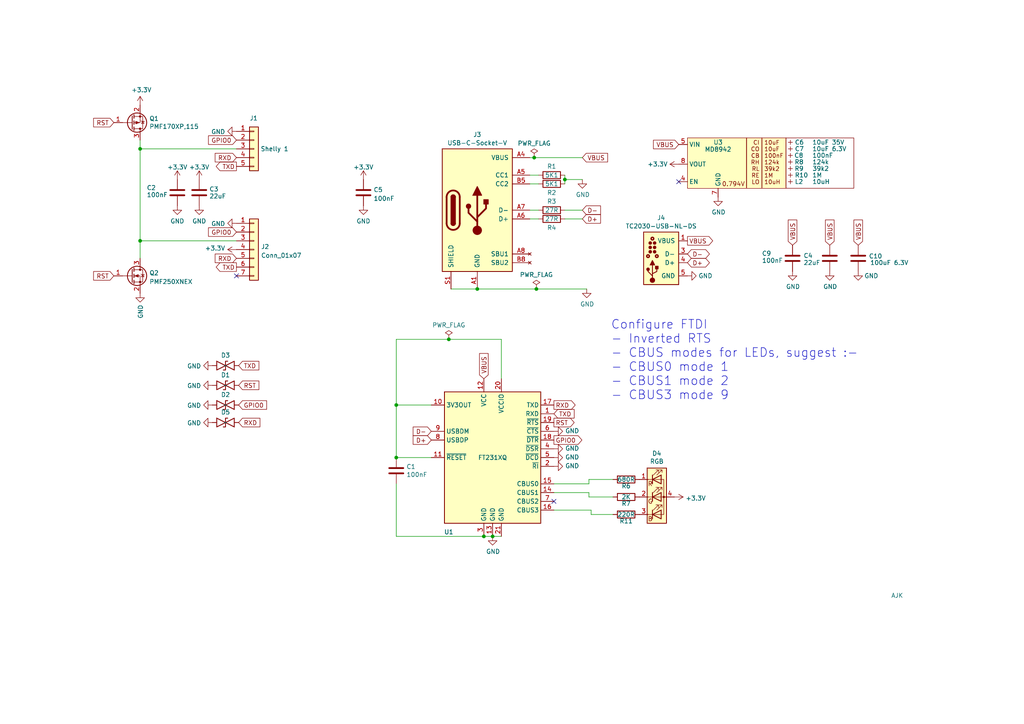
<source format=kicad_sch>
(kicad_sch (version 20241209) (generator "eeschema") (generator_version "9.0")
  (paper "A4")
  (title_block (title "Tasmotizer") (rev "4") (company "Adrian Kennard, Andrews & Arnold Ltd") (comment 1 "toot.me.uk/@RevK") (comment 2 "www.me.uk"))
  (lib_symbols
    (symbol "Connector_Generic:Conn_01x05" (pin_names (offset 1.016) (hide yes))
      (property "Reference" "J" (at 0 7.62 0))
      (property "Value" "Conn_01x05" (at 0 -7.62 0))
      (symbol "Conn_01x05_1_1"
        (rectangle (start -1.27 6.35) (end 1.27 -6.35) (stroke (width 0.254)) (fill (type background)))
        (rectangle (start -1.27 5.207) (end 0 4.953) (stroke (width 0.1524)))
        (rectangle (start -1.27 2.667) (end 0 2.413) (stroke (width 0.1524)))
        (rectangle (start -1.27 0.127) (end 0 -0.127) (stroke (width 0.1524)))
        (rectangle (start -1.27 -2.413) (end 0 -2.667) (stroke (width 0.1524)))
        (rectangle (start -1.27 -4.953) (end 0 -5.207) (stroke (width 0.1524)))
        (pin passive line (at -5.08 5.08 0) (length 3.81) (name "Pin_1") (number "1"))
        (pin passive line (at -5.08 2.54 0) (length 3.81) (name "Pin_2") (number "2"))
        (pin passive line (at -5.08 0 0) (length 3.81) (name "Pin_3") (number "3"))
        (pin passive line (at -5.08 -2.54 0) (length 3.81) (name "Pin_4") (number "4"))
        (pin passive line (at -5.08 -5.08 0) (length 3.81) (name "Pin_5") (number "5"))
      )
    )
    (symbol "Connector_Generic:Conn_01x07" (pin_names (offset 1.016) (hide yes))
      (property "Reference" "J" (at 0 10.16 0))
      (property "Value" "Conn_01x07" (at 0 -10.16 0))
      (symbol "Conn_01x07_1_1"
        (rectangle (start -1.27 8.89) (end 1.27 -8.89) (stroke (width 0.254)) (fill (type background)))
        (rectangle (start -1.27 7.747) (end 0 7.493) (stroke (width 0.1524)))
        (rectangle (start -1.27 5.207) (end 0 4.953) (stroke (width 0.1524)))
        (rectangle (start -1.27 2.667) (end 0 2.413) (stroke (width 0.1524)))
        (rectangle (start -1.27 0.127) (end 0 -0.127) (stroke (width 0.1524)))
        (rectangle (start -1.27 -2.413) (end 0 -2.667) (stroke (width 0.1524)))
        (rectangle (start -1.27 -4.953) (end 0 -5.207) (stroke (width 0.1524)))
        (rectangle (start -1.27 -7.493) (end 0 -7.747) (stroke (width 0.1524)))
        (pin passive line (at -5.08 7.62 0) (length 3.81) (name "Pin_1") (number "1"))
        (pin passive line (at -5.08 5.08 0) (length 3.81) (name "Pin_2") (number "2"))
        (pin passive line (at -5.08 2.54 0) (length 3.81) (name "Pin_3") (number "3"))
        (pin passive line (at -5.08 0 0) (length 3.81) (name "Pin_4") (number "4"))
        (pin passive line (at -5.08 -2.54 0) (length 3.81) (name "Pin_5") (number "5"))
        (pin passive line (at -5.08 -5.08 0) (length 3.81) (name "Pin_6") (number "6"))
        (pin passive line (at -5.08 -7.62 0) (length 3.81) (name "Pin_7") (number "7"))
      )
    )
    (symbol "Device:C" (pin_numbers (hide yes)) (pin_names (offset 0.254))
      (property "Reference" "C" (at 0.635 2.54 0))
      (property "Value" "C" (at 0.635 -2.54 0))
      (symbol "C_0_1"
        (polyline (pts (xy -2.032 0.762) (xy 2.032 0.762)) (stroke (width 0.508)))
        (polyline (pts (xy -2.032 -0.762) (xy 2.032 -0.762)) (stroke (width 0.508)))
      )
      (symbol "C_1_1"
        (pin passive line (at 0 3.81 270) (length 2.794) (name "~") (number "1"))
        (pin passive line (at 0 -3.81 90) (length 2.794) (name "~") (number "2"))
      )
    )
    (symbol "Device:LED_RGBA" (pin_names (offset 0) (hide yes))
      (property "Reference" "D" (at 0 9.398 0))
      (property "Value" "LED_RGBA" (at 0 -8.89 0))
      (symbol "LED_RGBA_0_0"
        (text "R" (at -1.905 3.81 0) (effects (font (size 1.27 1.27))))
        (text "G" (at -1.905 -1.27 0) (effects (font (size 1.27 1.27))))
        (text "B" (at -1.905 -6.35 0) (effects (font (size 1.27 1.27))))
      )
      (symbol "LED_RGBA_0_1"
        (polyline (pts (xy -1.27 6.35) (xy -1.27 3.81)) (stroke (width 0.254)))
        (polyline (pts (xy -1.27 6.35) (xy -1.27 3.81) (xy -1.27 3.81)))
        (polyline (pts (xy -1.27 5.08) (xy 1.27 5.08)))
        (polyline (pts (xy -1.27 5.08) (xy -2.54 5.08)))
        (polyline (pts (xy -1.27 1.27) (xy -1.27 -1.27)) (stroke (width 0.254)))
        (polyline (pts (xy -1.27 1.27) (xy -1.27 -1.27) (xy -1.27 -1.27)))
        (polyline (pts (xy -1.27 0) (xy -2.54 0)))
        (polyline (pts (xy -1.27 -3.81) (xy -1.27 -6.35)) (stroke (width 0.254)))
        (polyline (pts (xy -1.27 -5.08) (xy -2.54 -5.08)))
        (polyline (pts (xy -1.27 -5.08) (xy 1.27 -5.08)))
        (polyline (pts (xy -1.016 6.35) (xy 0.508 7.874) (xy -0.254 7.874) (xy 0.508 7.874) (xy 0.508 7.112)))
        (polyline (pts (xy -1.016 1.27) (xy 0.508 2.794) (xy -0.254 2.794) (xy 0.508 2.794) (xy 0.508 2.032)))
        (polyline (pts (xy -1.016 -3.81) (xy 0.508 -2.286) (xy -0.254 -2.286) (xy 0.508 -2.286) (xy 0.508 -3.048)))
        (polyline (pts (xy 0 6.35) (xy 1.524 7.874) (xy 0.762 7.874) (xy 1.524 7.874) (xy 1.524 7.112)))
        (polyline (pts (xy 0 1.27) (xy 1.524 2.794) (xy 0.762 2.794) (xy 1.524 2.794) (xy 1.524 2.032)))
        (polyline (pts (xy 0 -3.81) (xy 1.524 -2.286) (xy 0.762 -2.286) (xy 1.524 -2.286) (xy 1.524 -3.048)))
        (polyline (pts (xy 1.27 6.35) (xy 1.27 3.81) (xy -1.27 5.08) (xy 1.27 6.35)) (stroke (width 0.254)))
        (rectangle (start 1.27 6.35) (end 1.27 6.35))
        (rectangle (start 1.27 3.81) (end 1.27 6.35))
        (polyline (pts (xy 1.27 1.27) (xy 1.27 -1.27) (xy -1.27 0) (xy 1.27 1.27)) (stroke (width 0.254)))
        (rectangle (start 1.27 1.27) (end 1.27 1.27))
        (polyline (pts (xy 1.27 0) (xy 2.54 0)))
        (polyline (pts (xy 1.27 0) (xy -1.27 0)))
        (rectangle (start 1.27 -1.27) (end 1.27 1.27))
        (polyline (pts (xy 1.27 -3.81) (xy 1.27 -6.35) (xy -1.27 -5.08) (xy 1.27 -3.81)) (stroke (width 0.254)))
        (polyline (pts (xy 1.27 -5.08) (xy 2.032 -5.08) (xy 2.032 5.08) (xy 1.27 5.08)))
        (circle (center 2.032 0) (radius 0.254) (fill (type outline)))
        (rectangle (start 2.794 8.382) (end -2.794 -7.62) (stroke (width 0.254)) (fill (type background)))
      )
      (symbol "LED_RGBA_1_1"
        (pin passive line (at -5.08 5.08 0) (length 2.54) (name "RK") (number "1"))
        (pin passive line (at -5.08 0 0) (length 2.54) (name "GK") (number "2"))
        (pin passive line (at -5.08 -5.08 0) (length 2.54) (name "BK") (number "3"))
        (pin passive line (at 5.08 0 180) (length 2.54) (name "A") (number "4"))
      )
    )
    (symbol "Device:Q_PMOS_GSD" (pin_names (offset 0) (hide yes))
      (property "Reference" "Q" (at 5.08 1.27 0))
      (property "Value" "Q_PMOS_GSD" (at 5.08 -1.27 0))
      (symbol "Q_PMOS_GSD_0_1"
        (polyline (pts (xy 0.254 1.905) (xy 0.254 -1.905)) (stroke (width 0.254)))
        (polyline (pts (xy 0.254 0) (xy -2.54 0)))
        (polyline (pts (xy 0.762 2.286) (xy 0.762 1.27)) (stroke (width 0.254)))
        (polyline (pts (xy 0.762 1.778) (xy 3.302 1.778) (xy 3.302 -1.778) (xy 0.762 -1.778)))
        (polyline (pts (xy 0.762 0.508) (xy 0.762 -0.508)) (stroke (width 0.254)))
        (polyline (pts (xy 0.762 -1.27) (xy 0.762 -2.286)) (stroke (width 0.254)))
        (circle (center 1.651 0) (radius 2.794) (stroke (width 0.254)))
        (polyline (pts (xy 2.286 0) (xy 1.27 0.381) (xy 1.27 -0.381) (xy 2.286 0)) (fill (type outline)))
        (polyline (pts (xy 2.54 2.54) (xy 2.54 1.778)))
        (circle (center 2.54 1.778) (radius 0.254) (fill (type outline)))
        (circle (center 2.54 -1.778) (radius 0.254) (fill (type outline)))
        (polyline (pts (xy 2.54 -2.54) (xy 2.54 0) (xy 0.762 0)))
        (polyline (pts (xy 2.794 -0.508) (xy 2.921 -0.381) (xy 3.683 -0.381) (xy 3.81 -0.254)))
        (polyline (pts (xy 3.302 -0.381) (xy 2.921 0.254) (xy 3.683 0.254) (xy 3.302 -0.381)))
      )
      (symbol "Q_PMOS_GSD_1_1"
        (pin input line (at -5.08 0 0) (length 2.54) (name "G") (number "1"))
        (pin passive line (at 2.54 5.08 270) (length 2.54) (name "D") (number "3"))
        (pin passive line (at 2.54 -5.08 90) (length 2.54) (name "S") (number "2"))
      )
    )
    (symbol "Device:R" (pin_numbers (hide yes)) (pin_names (offset 0))
      (property "Reference" "R" (at 2.032 0 90))
      (property "Value" "R" (at 0 0 90))
      (symbol "R_0_1"
        (rectangle (start -1.016 -2.54) (end 1.016 2.54) (stroke (width 0.254)))
      )
      (symbol "R_1_1"
        (pin passive line (at 0 3.81 270) (length 1.27) (name "~") (number "1"))
        (pin passive line (at 0 -3.81 90) (length 1.27) (name "~") (number "2"))
      )
    )
    (symbol "RevK:AJK" (pin_names (offset 1.016)) (in_bom no)
      (property "Value" "AJK" (at 0 0 0))
    )
    (symbol "RevK:ES05D1MC10" (pin_numbers (hide yes))
      (property "Reference" "D" (at 0 2.54 0))
      (symbol "ES05D1MC10_0_1"
        (polyline (pts (xy -2.54 1.27) (xy -2.54 -1.27) (xy 0 0) (xy -2.54 1.27)) (stroke (width 0.254)))
        (polyline (pts (xy 2.54 -1.27) (xy 2.54 1.27) (xy 0 0) (xy 2.54 -1.27)) (stroke (width 0.254)))
      )
      (symbol "ES05D1MC10_1_1"
        (polyline (pts (xy 0.635 1.27) (xy 0 1.27) (xy 0 -1.27) (xy -0.635 -1.27)) (stroke (width 0.254)))
        (pin passive line (at -3.81 0 0) (length 1.27) (name "~") (number "2"))
        (pin passive line (at 3.81 0 180) (length 1.27) (name "~") (number "1"))
      )
    )
    (symbol "RevK:FT231XQ"
      (property "Reference" "U" (at -13.97 20.32 0))
      (property "Value" "FT231XQ" (at 6.35 20.32 0))
      (symbol "FT231XQ_0_1"
        (rectangle (start -13.97 19.05) (end 13.97 -19.05) (stroke (width 0.254)) (fill (type background)))
      )
      (symbol "FT231XQ_1_1"
        (pin passive line (at -17.78 15.24 0) (length 3.81) (name "3V3OUT") (number "10"))
        (pin bidirectional line (at -17.78 7.62 0) (length 3.81) (name "USBDM") (number "9"))
        (pin bidirectional line (at -17.78 5.08 0) (length 3.81) (name "USBDP") (number "8"))
        (pin input line (at -17.78 0 0) (length 3.81) (name "~{RESET}") (number "11"))
        (pin power_in line (at -2.54 22.86 270) (length 3.81) (name "VCC") (number "12"))
        (pin power_in line (at -2.54 -22.86 90) (length 3.81) (name "GND") (number "3"))
        (pin power_in line (at 0 -22.86 90) (length 3.81) (name "GND") (number "13"))
        (pin power_in line (at 2.54 22.86 270) (length 3.81) (name "VCCIO") (number "20"))
        (pin power_in line (at 2.54 -22.86 90) (length 3.81) (name "GND") (number "21"))
        (pin output line (at 17.78 15.24 180) (length 3.81) (name "TXD") (number "17"))
        (pin input line (at 17.78 12.7 180) (length 3.81) (name "RXD") (number "1"))
        (pin output line (at 17.78 10.16 180) (length 3.81) (name "~{RTS}") (number "19"))
        (pin input line (at 17.78 7.62 180) (length 3.81) (name "~{CTS}") (number "6"))
        (pin output line (at 17.78 5.08 180) (length 3.81) (name "~{DTR}") (number "18"))
        (pin input line (at 17.78 2.54 180) (length 3.81) (name "~{DSR}") (number "4"))
        (pin input line (at 17.78 0 180) (length 3.81) (name "~{DCD}") (number "5"))
        (pin input line (at 17.78 -2.54 180) (length 3.81) (name "~{RI}") (number "2"))
        (pin bidirectional line (at 17.78 -7.62 180) (length 3.81) (name "CBUS0") (number "15"))
        (pin bidirectional line (at 17.78 -10.16 180) (length 3.81) (name "CBUS1") (number "14"))
        (pin bidirectional line (at 17.78 -12.7 180) (length 3.81) (name "CBUS2") (number "7"))
        (pin bidirectional line (at 17.78 -15.24 180) (length 3.81) (name "CBUS3") (number "16"))
      )
    )
    (symbol "RevK:Hidden" (pin_names (offset 1.016)) (in_bom no)
      (property "Reference" "Z" (at 0.635 0 0))
      (property "Value" "Hidden" (at 4.445 0 0))
      (symbol "Hidden_0_1"
        (polyline (pts (xy -0.635 0) (xy 0.635 0)) (stroke (width 0.1524)))
        (polyline (pts (xy 0 0.635) (xy 0 -0.635)) (stroke (width 0.1524)))
      )
    )
    (symbol "RevK:MD89420-RegBlock"
      (property "Reference" "U" (at -0.635 4.445 0))
      (property "Value" "MD8942" (at 0 6.35 0))
      (symbol "MD89420-RegBlock_1_1"
        (rectangle (start -8.89 7.62) (end 8.255 -6.985) (fill (type background)))
        (rectangle (start 8.255 7.62) (end 12.7 -6.985) (fill (type background)))
        (rectangle (start 12.7 7.62) (end 19.685 -6.985) (fill (type background)))
        (rectangle (start 19.685 7.62) (end 39.37 -6.985))
        (text "0.794V" (at 4.445 -5.715 0) (effects (font (size 1.27 1.27))))
        (text "CI\nCO\nCB\nRH\nRL\nRE\nLO" (at 12.065 6.985 0) (effects (font (size 1.185 1.185)) (justify right top)))
        (text "10uF\n10uF\n100nF\n124k\n39k2\n1M\n10uH" (at 13.335 6.985 0) (effects (font (size 1.185 1.185)) (justify left top)))
        (pin power_in line (at -11.43 5.715 0) (length 2.54) (name "VIN") (number "5"))
        (pin power_out line (at -11.43 0 0) (length 2.54) (name "VOUT") (number "8"))
        (pin input line (at -11.43 -5.08 0) (length 2.54) (name "EN") (number "4"))
        (pin power_in line (at 0 -9.525 90) (length 2.54) (hide yes) (name "GND") (number "2"))
        (pin power_in line (at 0 -9.525 90) (length 2.54) (name "GND") (number "7"))
        (pin no_connect line (at 5.715 1.905 0) (length 2.54) (hide yes) (name "") (number "3"))
        (pin no_connect line (at 5.715 0 0) (length 2.54) (hide yes) (name "") (number "1"))
        (pin no_connect line (at 5.715 -1.905 0) (length 2.54) (hide yes) (name "") (number "6"))
      )
    )
    (symbol "RevK:NX7002AK" (pin_names (offset 0) (hide yes))
      (property "Reference" "Q" (at 5.08 1.27 0))
      (property "Value" "NX7002AK" (at 5.08 -1.27 0))
      (symbol "NX7002AK_0_1"
        (polyline (pts (xy 0.254 1.905) (xy 0.254 -1.905)) (stroke (width 0.254)))
        (polyline (pts (xy 0.254 0) (xy -2.54 0)))
        (polyline (pts (xy 0.762 2.286) (xy 0.762 1.27)) (stroke (width 0.254)))
        (polyline (pts (xy 0.762 0.508) (xy 0.762 -0.508)) (stroke (width 0.254)))
        (polyline (pts (xy 0.762 -1.27) (xy 0.762 -2.286)) (stroke (width 0.254)))
        (polyline (pts (xy 0.762 -1.778) (xy 3.302 -1.778) (xy 3.302 1.778) (xy 0.762 1.778)))
        (polyline (pts (xy 1.016 0) (xy 2.032 0.381) (xy 2.032 -0.381) (xy 1.016 0)) (fill (type outline)))
        (circle (center 1.651 0) (radius 2.794) (stroke (width 0.254)))
        (polyline (pts (xy 2.54 2.54) (xy 2.54 1.778)))
        (circle (center 2.54 1.778) (radius 0.254) (fill (type outline)))
        (circle (center 2.54 -1.778) (radius 0.254) (fill (type outline)))
        (polyline (pts (xy 2.54 -2.54) (xy 2.54 0) (xy 0.762 0)))
        (polyline (pts (xy 2.794 0.508) (xy 2.921 0.381) (xy 3.683 0.381) (xy 3.81 0.254)))
        (polyline (pts (xy 3.302 0.381) (xy 2.921 -0.254) (xy 3.683 -0.254) (xy 3.302 0.381)))
      )
      (symbol "NX7002AK_1_1"
        (pin input line (at -5.08 0 0) (length 2.54) (name "G") (number "1"))
        (pin passive line (at 2.54 5.08 270) (length 2.54) (name "D") (number "3"))
        (pin passive line (at 2.54 -5.08 90) (length 2.54) (name "S") (number "2"))
      )
    )
    (symbol "RevK:TC2030-USB-NL" (pin_names (offset 1.016)) (in_bom no)
      (property "Reference" "J" (at 0 10.922 0))
      (property "Value" "TC2030-USB-NL" (at 0 8.89 0))
      (symbol "TC2030-USB-NL_0_1"
        (rectangle (start -5.08 7.62) (end 5.08 -7.62) (stroke (width 0.254)) (fill (type background)))
        (circle (center -3.81 -3.175) (radius 0.381) (stroke (width 0.254)) (fill (type outline)))
        (circle (center -3.175 4.445) (radius 0.381) (stroke (width 0.254)) (fill (type outline)))
        (circle (center -3.175 3.175) (radius 0.381) (stroke (width 0.254)) (fill (type outline)))
        (circle (center -3.175 1.905) (radius 0.381) (stroke (width 0.254)) (fill (type outline)))
        (polyline (pts (xy -3.175 -1.905) (xy -1.905 -1.905) (xy -2.54 -0.635) (xy -3.175 -1.905)) (stroke (width 0.254)) (fill (type outline)))
        (polyline (pts (xy -2.54 -5.08) (xy -2.54 -4.445) (xy -1.27 -3.81) (xy -1.27 -2.54)) (stroke (width 0.254)))
        (polyline (pts (xy -2.54 -5.715) (xy -2.54 -5.08) (xy -3.81 -3.81) (xy -3.81 -3.175)) (stroke (width 0.254)))
        (circle (center -2.54 -6.35) (radius 0.635) (stroke (width 0.254)) (fill (type outline)))
        (circle (center -1.905 4.445) (radius 0.381) (stroke (width 0.254)) (fill (type outline)))
        (circle (center -1.905 3.175) (radius 0.381) (stroke (width 0.254)) (fill (type outline)))
        (circle (center -1.905 1.905) (radius 0.381) (stroke (width 0.254)) (fill (type outline)))
        (rectangle (start -1.651 -2.286) (end -0.889 -3.048) (stroke (width 0.254)) (fill (type outline)))
      )
      (symbol "TC2030-USB-NL_1_1"
        (circle (center -3.81 0.635) (radius 0.381) (stroke (width 0.4)))
        (circle (center -2.54 5.715) (radius 0.381) (stroke (width 0.4)))
        (polyline (pts (xy -2.54 -4.445) (xy -2.54 -1.905)) (stroke (width 0.254)))
        (circle (center -1.27 0.635) (radius 0.381) (stroke (width 0.4)))
        (pin passive line (at 7.62 5.08 180) (length 2.54) (name "VBUS") (number "1"))
        (pin passive line (at 7.62 5.08 180) (length 2.54) (hide yes) (name "VBUS") (number "2"))
        (pin bidirectional line (at 7.62 1.27 180) (length 2.54) (name "D-") (number "3"))
        (pin bidirectional line (at 7.62 -1.27 180) (length 2.54) (name "D+") (number "4"))
        (pin passive line (at 7.62 -5.08 180) (length 2.54) (name "GND") (number "5"))
        (pin passive line (at 7.62 -5.08 180) (length 2.54) (hide yes) (name "GND") (number "6"))
      )
    )
    (symbol "RevK:USB-C-Socket-H" (pin_names (offset 1.016))
      (property "Reference" "J" (at -10.16 19.05 0))
      (property "Value" "USB-C-Socket-V" (at 0.635 12.7 0))
      (symbol "USB-C-Socket-H_0_1"
        (rectangle (start -10.16 17.78) (end 10.16 -17.78) (stroke (width 0.254)) (fill (type background)))
        (polyline (pts (xy -8.89 -3.81) (xy -8.89 3.81)) (stroke (width 0.508)))
        (rectangle (start -7.62 -3.81) (end -6.35 3.81) (stroke (width 0.254)) (fill (type outline)))
        (arc (start -7.62 3.81) (mid -6.985 4.4423) (end -6.35 3.81) (stroke (width 0.254)))
        (arc (start -7.62 3.81) (mid -6.985 4.4423) (end -6.35 3.81) (stroke (width 0.254)) (fill (type outline)))
        (arc (start -8.89 3.81) (mid -6.985 5.7067) (end -5.08 3.81) (stroke (width 0.508)))
        (arc (start -5.08 -3.81) (mid -6.985 -5.7067) (end -8.89 -3.81) (stroke (width 0.508)))
        (arc (start -6.35 -3.81) (mid -6.985 -4.4423) (end -7.62 -3.81) (stroke (width 0.254)) (fill (type outline)))
        (arc (start -6.35 -3.81) (mid -6.985 -4.4423) (end -7.62 -3.81) (stroke (width 0.254)))
        (polyline (pts (xy -5.08 3.81) (xy -5.08 -3.81)) (stroke (width 0.508)))
        (circle (center -2.54 1.143) (radius 0.635) (stroke (width 0.254)) (fill (type outline)))
        (polyline (pts (xy -1.27 4.318) (xy 0 6.858) (xy 1.27 4.318) (xy -1.27 4.318)) (stroke (width 0.254)) (fill (type outline)))
        (polyline (pts (xy 0 -2.032) (xy 2.54 0.508) (xy 2.54 1.778)) (stroke (width 0.508)))
        (polyline (pts (xy 0 -3.302) (xy -2.54 -0.762) (xy -2.54 0.508)) (stroke (width 0.508)))
        (polyline (pts (xy 0 -5.842) (xy 0 4.318)) (stroke (width 0.508)))
        (circle (center 0 -5.842) (radius 1.27) (fill (type outline)))
        (rectangle (start 1.905 1.778) (end 3.175 3.048) (stroke (width 0.254)) (fill (type outline)))
      )
      (symbol "USB-C-Socket-H_1_1"
        (pin passive line (at -7.62 -22.86 90) (length 5.08) (name "SHIELD") (number "S1"))
        (pin passive line (at 0 -22.86 90) (length 5.08) (name "GND") (number "A1"))
        (pin passive line (at 0 -22.86 90) (length 5.08) (hide yes) (name "GND") (number "A12"))
        (pin passive line (at 0 -22.86 90) (length 5.08) (hide yes) (name "GND") (number "B1"))
        (pin passive line (at 0 -22.86 90) (length 5.08) (hide yes) (name "GND") (number "B12"))
        (pin passive line (at 15.24 15.24 180) (length 5.08) (name "VBUS") (number "A4"))
        (pin passive line (at 15.24 15.24 180) (length 5.08) (hide yes) (name "VBUS") (number "A9"))
        (pin passive line (at 15.24 15.24 180) (length 5.08) (hide yes) (name "VBUS") (number "B4"))
        (pin passive line (at 15.24 15.24 180) (length 5.08) (hide yes) (name "VBUS") (number "B9"))
        (pin bidirectional line (at 15.24 10.16 180) (length 5.08) (name "CC1") (number "A5"))
        (pin bidirectional line (at 15.24 7.62 180) (length 5.08) (name "CC2") (number "B5"))
        (pin bidirectional line (at 15.24 0 180) (length 5.08) (name "D-") (number "A7"))
        (pin bidirectional line (at 15.24 0 180) (length 5.08) (hide yes) (name "D-") (number "B7"))
        (pin bidirectional line (at 15.24 -2.54 180) (length 5.08) (name "D+") (number "A6"))
        (pin bidirectional line (at 15.24 -2.54 180) (length 5.08) (hide yes) (name "D+") (number "B6"))
        (pin no_connect line (at 15.24 -12.7 180) (length 5.08) (name "SBU1") (number "A8"))
        (pin no_connect line (at 15.24 -15.24 180) (length 5.08) (name "SBU2") (number "B8"))
      )
    )
    (symbol "power:+3.3V" (power) (pin_names (offset 0))
      (property "Value" "+3.3V" (at 0 3.556 0))
      (symbol "+3.3V_0_1"
        (polyline (pts (xy -0.762 1.27) (xy 0 2.54)))
        (polyline (pts (xy 0 2.54) (xy 0.762 1.27)))
        (polyline (pts (xy 0 0) (xy 0 2.54)))
      )
      (symbol "+3.3V_1_1"
        (pin power_in line (at 0 0 90) (length 0) (hide yes) (name "+3.3V") (number "1"))
      )
    )
    (symbol "power:GND" (power) (pin_names (offset 0))
      (property "Value" "GND" (at 0 -3.81 0))
      (symbol "GND_0_1"
        (polyline (pts (xy 0 0) (xy 0 -1.27) (xy 1.27 -1.27) (xy 0 -2.54) (xy -1.27 -1.27) (xy 0 -1.27)))
      )
      (symbol "GND_1_1"
        (pin power_in line (at 0 0 270) (length 0) (hide yes) (name "GND") (number "1"))
      )
    )
    (symbol "power:PWR_FLAG" (power) (pin_numbers (hide yes)) (pin_names (offset 0) (hide yes))
      (property "Value" "PWR_FLAG" (at 0 3.81 0))
      (symbol "PWR_FLAG_0_0"
        (pin power_out line (at 0 0 90) (length 0) (name "pwr") (number "1"))
      )
      (symbol "PWR_FLAG_0_1"
        (polyline (pts (xy 0 0) (xy 0 1.27) (xy -1.016 1.905) (xy 0 2.54) (xy 1.016 1.905) (xy 0 1.27)))
      )
    )
  )
  (text "Configure FTDI\n- Inverted RTS\n- CBUS modes for LEDs, suggest :-\n- CBUS0 mode 1\n- CBUS1 mode 2\n- CBUS3 mode 9" (at 177.165 116.205 0) (effects (font (size 2.54 2.54)) (justify left bottom)))
  (junction (at 114.935 117.475))
  (junction (at 138.43 83.82))
  (junction (at 130.175 98.425))
  (junction (at 154.94 45.72))
  (junction (at 40.64 43.18))
  (junction (at 155.575 83.82))
  (junction (at 114.935 132.715))
  (junction (at 40.64 69.85))
  (junction (at 142.875 155.575))
  (junction (at 163.83 52.07))
  (junction (at 140.335 155.575))
  (no_connect (at 196.85 52.705))
  (no_connect (at 68.58 80.01))
  (no_connect (at 160.655 145.415))
  (wire (pts (xy 130.81 83.82) (xy 138.43 83.82)))
  (wire (pts (xy 163.83 52.07) (xy 163.83 53.34)))
  (wire (pts (xy 40.64 40.64) (xy 40.64 43.18)))
  (wire (pts (xy 170.815 140.335) (xy 170.815 139.065)))
  (wire (pts (xy 171.45 149.225) (xy 177.8 149.225)))
  (wire (pts (xy 145.415 109.855) (xy 145.415 98.425)))
  (wire (pts (xy 160.655 140.335) (xy 170.815 140.335)))
  (wire (pts (xy 155.575 83.82) (xy 170.18 83.82)))
  (wire (pts (xy 163.83 50.8) (xy 163.83 52.07)))
  (wire (pts (xy 40.64 43.18) (xy 40.64 69.85)))
  (wire (pts (xy 154.94 45.72) (xy 168.91 45.72)))
  (wire (pts (xy 171.45 147.955) (xy 171.45 149.225)))
  (wire (pts (xy 145.415 155.575) (xy 142.875 155.575)))
  (wire (pts (xy 153.67 53.34) (xy 156.21 53.34)))
  (wire (pts (xy 114.935 155.575) (xy 140.335 155.575)))
  (wire (pts (xy 163.83 60.96) (xy 168.91 60.96)))
  (wire (pts (xy 114.935 140.335) (xy 114.935 155.575)))
  (wire (pts (xy 114.935 117.475) (xy 114.935 132.715)))
  (wire (pts (xy 153.67 63.5) (xy 156.21 63.5)))
  (wire (pts (xy 130.175 98.425) (xy 114.935 98.425)))
  (wire (pts (xy 163.83 63.5) (xy 168.91 63.5)))
  (wire (pts (xy 168.91 52.07) (xy 163.83 52.07)))
  (wire (pts (xy 153.67 45.72) (xy 154.94 45.72)))
  (wire (pts (xy 153.67 60.96) (xy 156.21 60.96)))
  (wire (pts (xy 40.64 43.18) (xy 68.58 43.18)))
  (wire (pts (xy 145.415 98.425) (xy 130.175 98.425)))
  (wire (pts (xy 160.655 142.875) (xy 170.815 142.875)))
  (wire (pts (xy 153.67 50.8) (xy 156.21 50.8)))
  (wire (pts (xy 40.64 69.85) (xy 40.64 74.93)))
  (wire (pts (xy 160.655 147.955) (xy 171.45 147.955)))
  (wire (pts (xy 138.43 83.82) (xy 155.575 83.82)))
  (wire (pts (xy 140.335 155.575) (xy 142.875 155.575)))
  (wire (pts (xy 170.815 142.875) (xy 170.815 144.145)))
  (wire (pts (xy 40.64 69.85) (xy 68.58 69.85)))
  (wire (pts (xy 125.095 117.475) (xy 114.935 117.475)))
  (wire (pts (xy 170.815 144.145) (xy 177.8 144.145)))
  (wire (pts (xy 114.935 132.715) (xy 125.095 132.715)))
  (wire (pts (xy 114.935 98.425) (xy 114.935 117.475)))
  (wire (pts (xy 170.815 139.065) (xy 177.8 139.065)))
  (global_label "TXD" (shape output) (at 68.58 77.47 180) (property "Intersheetrefs" "${INTERSHEET_REFS}" (effects (hide yes))))
  (global_label "VBUS" (shape input) (at 229.87 71.12 90) (property "Intersheetrefs" "${INTERSHEET_REFS}" (effects (hide yes))))
  (global_label "TXD" (shape input) (at 160.655 120.015 0) (property "Intersheetrefs" "${INTERSHEET_REFS}" (effects (hide yes))))
  (global_label "VBUS" (shape input) (at 196.85 41.91 180) (property "Intersheetrefs" "${INTERSHEET_REFS}" (effects (hide yes))))
  (global_label "RXD" (shape output) (at 160.655 117.475 0) (property "Intersheetrefs" "${INTERSHEET_REFS}" (effects (hide yes))))
  (global_label "D-" (shape input) (at 125.095 125.095 180) (property "Intersheetrefs" "${INTERSHEET_REFS}" (effects (hide yes))))
  (global_label "D+" (shape bidirectional) (at 199.39 76.2 0) (property "Intersheetrefs" "${INTERSHEET_REFS}" (effects (hide yes))))
  (global_label "GPIO0" (shape output) (at 160.655 127.635 0) (property "Intersheetrefs" "${INTERSHEET_REFS}" (effects (hide yes))))
  (global_label "RST" (shape input) (at 33.02 35.56 180) (property "Intersheetrefs" "${INTERSHEET_REFS}" (effects (hide yes))))
  (global_label "RST" (shape output) (at 160.655 122.555 0) (property "Intersheetrefs" "${INTERSHEET_REFS}" (effects (hide yes))))
  (global_label "VBUS" (shape input) (at 248.92 71.12 90) (property "Intersheetrefs" "${INTERSHEET_REFS}" (effects (hide yes))))
  (global_label "D-" (shape input) (at 168.91 60.96 0) (property "Intersheetrefs" "${INTERSHEET_REFS}" (effects (hide yes))))
  (global_label "TXD" (shape input) (at 69.215 106.045 0) (property "Intersheetrefs" "${INTERSHEET_REFS}" (effects (hide yes))))
  (global_label "D-" (shape bidirectional) (at 199.39 73.66 0) (property "Intersheetrefs" "${INTERSHEET_REFS}" (effects (hide yes))))
  (global_label "RXD" (shape input) (at 68.58 74.93 180) (property "Intersheetrefs" "${INTERSHEET_REFS}" (effects (hide yes))))
  (global_label "TXD" (shape output) (at 68.58 48.26 180) (property "Intersheetrefs" "${INTERSHEET_REFS}" (effects (hide yes))))
  (global_label "RST" (shape input) (at 33.02 80.01 180) (property "Intersheetrefs" "${INTERSHEET_REFS}" (effects (hide yes))))
  (global_label "GPIO0" (shape input) (at 68.58 40.64 180) (property "Intersheetrefs" "${INTERSHEET_REFS}" (effects (hide yes))))
  (global_label "VBUS" (shape input) (at 168.91 45.72 0) (property "Intersheetrefs" "${INTERSHEET_REFS}" (effects (hide yes))))
  (global_label "GPIO0" (shape input) (at 69.215 117.475 0) (property "Intersheetrefs" "${INTERSHEET_REFS}" (effects (hide yes))))
  (global_label "VBUS" (shape input) (at 240.665 71.12 90) (property "Intersheetrefs" "${INTERSHEET_REFS}" (effects (hide yes))))
  (global_label "GPIO0" (shape input) (at 68.58 67.31 180) (property "Intersheetrefs" "${INTERSHEET_REFS}" (effects (hide yes))))
  (global_label "D+" (shape input) (at 125.095 127.635 180) (property "Intersheetrefs" "${INTERSHEET_REFS}" (effects (hide yes))))
  (global_label "RST" (shape input) (at 69.215 111.76 0) (property "Intersheetrefs" "${INTERSHEET_REFS}" (effects (hide yes))))
  (global_label "RXD" (shape input) (at 68.58 45.72 180) (property "Intersheetrefs" "${INTERSHEET_REFS}" (effects (hide yes))))
  (global_label "VBUS" (shape input) (at 140.335 109.855 90) (property "Intersheetrefs" "${INTERSHEET_REFS}" (effects (hide yes))))
  (global_label "VBUS" (shape output) (at 199.39 69.85 0) (property "Intersheetrefs" "${INTERSHEET_REFS}" (effects (hide yes))))
  (global_label "RXD" (shape input) (at 69.215 122.555 0) (property "Intersheetrefs" "${INTERSHEET_REFS}" (effects (hide yes))))
  (global_label "D+" (shape input) (at 168.91 63.5 0) (property "Intersheetrefs" "${INTERSHEET_REFS}" (effects (hide yes))))
  (symbol (lib_id "Device:R") (at 160.02 50.8 90) (unit 1)
    (property "Reference" "R1" (at 160.02 48.26 90))
    (property "Value" "5K1" (at 160.02 50.8 90))
    (property "Footprint" "RevK:R_0402" (effects (hide yes)))
  )
  (symbol (lib_id "power:GND") (at 168.91 52.07 0) (unit 1)
    (property "Reference" "#PWR019" (effects (hide yes)))
    (property "Value" "GND" (at 169.037 56.4642 0))
  )
  (symbol (lib_id "power:GND") (at 170.18 83.82 0) (unit 1)
    (property "Reference" "#PWR020" (effects (hide yes)))
    (property "Value" "GND" (at 170.307 88.2142 0))
  )
  (symbol (lib_id "Device:R") (at 160.02 53.34 270) (unit 1)
    (property "Reference" "R2" (at 160.02 55.88 90))
    (property "Value" "5K1" (at 160.02 53.34 90))
    (property "Footprint" "RevK:R_0402" (effects (hide yes)))
  )
  (symbol (lib_id "Device:R") (at 160.02 60.96 90) (unit 1)
    (property "Reference" "R3" (at 160.02 58.42 90))
    (property "Value" "27R" (at 160.02 60.96 90))
    (property "Footprint" "RevK:R_0402" (effects (hide yes)))
  )
  (symbol (lib_id "Device:R") (at 160.02 63.5 90) (unit 1)
    (property "Reference" "R4" (at 160.02 66.04 90))
    (property "Value" "27R" (at 160.02 63.5 90))
    (property "Footprint" "RevK:R_0402" (effects (hide yes)))
  )
  (symbol (lib_id "Connector_Generic:Conn_01x05") (at 73.66 43.18 0) (unit 1)
    (property "Reference" "J1" (at 72.39 34.29 0) (effects (justify left)))
    (property "Value" "Shelly 1" (at 75.565 43.18 0) (effects (justify left)))
    (property "Footprint" "RevK:PinHeader_1x05_P2.54mm_Right" (effects (hide yes)))
    (property "MPN" "C225491" (effects (hide yes)))
  )
  (symbol (lib_id "power:GND") (at 68.58 64.77 270) (unit 1)
    (property "Reference" "#PWR04" (effects (hide yes)))
    (property "Value" "GND" (at 65.3288 64.897 90) (effects (justify right)))
  )
  (symbol (lib_id "power:GND") (at 68.58 38.1 270) (unit 1)
    (property "Reference" "#PWR03" (effects (hide yes)))
    (property "Value" "GND" (at 65.3288 38.227 90) (effects (justify right)))
  )
  (symbol (lib_id "power:+3.3V") (at 68.58 72.39 90) (unit 1)
    (property "Reference" "#PWR05" (effects (hide yes)))
    (property "Value" "+3.3V" (at 65.3288 72.009 90) (effects (justify left)))
  )
  (symbol (lib_id "RevK:FT231XQ") (at 142.875 132.715 0) (unit 1)
    (property "Reference" "U1" (at 130.175 154.305 0))
    (property "Value" "FT231XQ" (at 142.875 132.715 0))
    (property "Footprint" "RevK:QFN-20-1EP_4x4mm_P0.5mm_EP2.5x2.5mm" (effects (hide yes)))
    (property "Datasheet" "https://www.ftdichip.com/Support/Documents/DataSheets/ICs/DS_FT231X.pdf" (effects (hide yes)))
    (property "Description" "Full Speed USB to Full Handshake UART, QFN-20" (effects (hide yes)))
    (property "Manufacturer" "FTDI" (effects (hide yes)))
    (property "Part No" "FT231XQ" (effects (hide yes)))
    (property "MPN" "C132159" (effects (hide yes)))
  )
  (symbol (lib_id "power:GND") (at 160.655 125.095 90) (unit 1)
    (property "Reference" "#PWR015" (effects (hide yes)))
    (property "Value" "GND" (at 163.9062 124.968 90) (effects (justify right)))
  )
  (symbol (lib_id "power:GND") (at 142.875 155.575 0) (unit 1)
    (property "Reference" "#PWR014" (effects (hide yes)))
    (property "Value" "GND" (at 143.002 159.9692 0))
  )
  (symbol (lib_id "power:GND") (at 160.655 130.175 90) (unit 1)
    (property "Reference" "#PWR016" (effects (hide yes)))
    (property "Value" "GND" (at 163.9062 130.048 90) (effects (justify right)))
  )
  (symbol (lib_id "power:GND") (at 160.655 132.715 90) (unit 1)
    (property "Reference" "#PWR017" (effects (hide yes)))
    (property "Value" "GND" (at 163.9062 132.588 90) (effects (justify right)))
  )
  (symbol (lib_id "Device:C") (at 114.935 136.525 0) (unit 1)
    (property "Reference" "C1" (at 117.856 135.3566 0) (effects (justify left)))
    (property "Value" "100nF" (at 117.856 137.668 0) (effects (justify left)))
    (property "Footprint" "RevK:C_0402" (effects (hide yes)))
  )
  (symbol (lib_id "power:GND") (at 160.655 135.255 90) (unit 1)
    (property "Reference" "#PWR018" (effects (hide yes)))
    (property "Value" "GND" (at 163.9062 135.128 90) (effects (justify right)))
  )
  (symbol (lib_id "RevK:AJK") (at 257.81 172.72 0) (unit 1) (in_bom no)
    (property "Reference" "Art1" (effects (hide yes)))
    (property "Value" "AJK" (at 258.445 172.72 0) (effects (justify left)))
    (property "Footprint" "RevK:AJK" (effects (hide yes)))
    (property "Note" "Non part, PCB printed" (effects (hide yes)))
  )
  (symbol (lib_id "Device:Q_PMOS_GSD") (at 38.1 35.56 0) (mirror x) (unit 1)
    (property "Reference" "Q1" (at 43.307 34.3916 0) (effects (justify left)))
    (property "Value" "PMF170XP,115" (at 43.307 36.703 0) (effects (justify left)))
    (property "Footprint" "RevK:SOT-323_SC-70" (effects (hide yes)))
    (property "Note" "Any P-Channel SOT323 that does 3.3V/0.5A" (effects (hide yes)))
  )
  (symbol (lib_id "power:+3.3V") (at 40.64 30.48 0) (unit 1)
    (property "Reference" "#PWR01" (effects (hide yes)))
    (property "Value" "+3.3V" (at 41.021 26.0858 0))
  )
  (symbol (lib_id "power:PWR_FLAG") (at 155.575 83.82 0) (unit 1)
    (property "Reference" "#FLG01" (effects (hide yes)))
    (property "Value" "PWR_FLAG" (at 155.575 79.6869 0))
  )
  (symbol (lib_id "Device:C") (at 57.785 55.88 0) (unit 1)
    (property "Reference" "C3" (at 60.706 54.856 0) (effects (justify left)))
    (property "Value" "22uF" (at 60.706 56.904 0) (effects (justify left)))
    (property "Footprint" "RevK:C_0603" (effects (hide yes)))
  )
  (symbol (lib_id "Device:LED_RGBA") (at 190.5 144.145 0) (unit 1)
    (property "Reference" "D4" (at 190.5 131.5212 0))
    (property "Value" "RGB" (at 190.5 133.8326 0))
    (property "Footprint" "RevK:LED-RGB-1.6x1.6" (effects (hide yes)))
    (property "Description" "RGB LED, red/green/blue/anode" (effects (hide yes)))
    (property "Manufacturer" "Kingbright" (effects (hide yes)))
    (property "Part No" "APTF1616LSEEZGKQBKC" (effects (hide yes)))
    (property "MPN" "C264508" (effects (hide yes)))
  )
  (symbol (lib_id "power:GND") (at 61.595 122.555 270) (unit 1)
    (property "Reference" "#PWR09" (effects (hide yes)))
    (property "Value" "GND" (at 58.3438 122.682 90) (effects (justify right)))
  )
  (symbol (lib_id "Device:C") (at 240.665 74.93 0) (unit 1)
    (property "Reference" "C4" (at 233.045 74.152 0) (effects (justify left)))
    (property "Value" "22uF" (at 233.045 76.2 0) (effects (justify left)))
    (property "Footprint" "RevK:C_0603" (effects (hide yes)))
  )
  (symbol (lib_id "RevK:Hidden") (at 229.235 50.8 0) (unit 1)
    (property "Reference" "R10" (at 230.505 50.8 0) (effects (justify left)))
    (property "Value" "1M" (at 235.585 50.8 0) (effects (justify left)))
    (property "Footprint" "RevK:R_0402_" (effects (hide yes)))
  )
  (symbol (lib_id "RevK:Hidden") (at 229.235 52.705 90) (unit 1)
    (property "Reference" "L2" (at 230.505 52.705 90) (effects (justify right)))
    (property "Value" "10uH" (at 235.585 52.705 90) (effects (justify right)))
    (property "Footprint" "RevK:L_4x4_" (effects (hide yes)))
  )
  (symbol (lib_id "power:GND") (at 51.435 59.69 0) (unit 1)
    (property "Reference" "#PWR024" (effects (hide yes)))
    (property "Value" "GND" (at 51.435 64.1334 0))
  )
  (symbol (lib_id "power:GND") (at 240.665 78.74 0) (unit 1)
    (property "Reference" "#PWR030" (effects (hide yes)))
    (property "Value" "GND" (at 240.792 83.1342 0))
  )
  (symbol (lib_id "power:GND") (at 61.595 117.475 270) (unit 1)
    (property "Reference" "#PWR08" (effects (hide yes)))
    (property "Value" "GND" (at 58.3438 117.602 90) (effects (justify right)))
  )
  (symbol (lib_id "Connector_Generic:Conn_01x07") (at 73.66 72.39 0) (unit 1)
    (property "Reference" "J2" (at 75.692 71.5553 0) (effects (justify left)))
    (property "Value" "Conn_01x07" (at 75.692 74.0922 0) (effects (justify left)))
    (property "Footprint" "RevK:PinHeader_1x07_P1.27mm_Vertical" (effects (hide yes)))
    (property "Description" "Generic connector, single row, 01x07, script generated (kicad-library-utils/schlib/autogen/connector/)" (effects (hide yes)))
    (property "MPN" "C2832274" (effects (hide yes)))
  )
  (symbol (lib_id "Device:C") (at 248.92 74.93 180) (unit 1)
    (property "Reference" "C10" (at 255.905 74.295 0) (effects (justify left)))
    (property "Value" "100uF 6.3V" (at 263.525 76.2 0) (effects (justify left)))
    (property "Footprint" "RevK:C_1206" (effects (hide yes)))
  )
  (symbol (lib_id "power:GND") (at 61.595 111.76 270) (unit 1)
    (property "Reference" "#PWR07" (effects (hide yes)))
    (property "Value" "GND" (at 58.3438 111.887 90) (effects (justify right)))
  )
  (symbol (lib_id "power:PWR_FLAG") (at 130.175 98.425 0) (unit 1)
    (property "Reference" "#FLG03" (effects (hide yes)))
    (property "Value" "PWR_FLAG" (at 130.175 94.2919 0))
  )
  (symbol (lib_id "power:+3.3V") (at 195.58 144.145 270) (unit 1)
    (property "Reference" "#PWR022" (effects (hide yes)))
    (property "Value" "+3.3V" (at 198.8312 144.526 90) (effects (justify left)))
  )
  (symbol (lib_id "power:+3.3V") (at 57.785 52.07 0) (unit 1)
    (property "Reference" "#PWR023" (effects (hide yes)))
    (property "Value" "+3.3V" (at 57.785 48.4942 0))
  )
  (symbol (lib_id "power:GND") (at 40.64 85.09 0) (unit 1)
    (property "Reference" "#PWR02" (effects (hide yes)))
    (property "Value" "GND" (at 40.767 88.3412 90) (effects (justify right)))
  )
  (symbol (lib_id "power:GND") (at 229.87 78.74 0) (unit 1)
    (property "Reference" "#PWR031" (effects (hide yes)))
    (property "Value" "GND" (at 229.997 83.1342 0))
  )
  (symbol (lib_id "power:GND") (at 105.41 59.69 0) (unit 1)
    (property "Reference" "#PWR026" (effects (hide yes)))
    (property "Value" "GND" (at 105.41 64.1334 0))
  )
  (symbol (lib_id "RevK:NX7002AK") (at 38.1 80.01 0) (unit 1)
    (property "Reference" "Q2" (at 43.307 79.1753 0) (effects (justify left)))
    (property "Value" "PMF250XNEX" (at 43.307 81.7122 0) (effects (justify left)))
    (property "Footprint" "RevK:SOT-323_SC-70" (effects (hide yes)))
  )
  (symbol (lib_id "RevK:ES05D1MC10") (at 65.405 122.555 0) (unit 1)
    (property "Reference" "D5" (at 65.405 119.5649 0))
    (property "Value" "~" (at 65.405 122.555 0))
    (property "Footprint" "RevK:DFN1006-2L" (effects (hide yes)))
    (property "MPN" "C5137770" (effects (hide yes)))
  )
  (symbol (lib_id "power:+3.3V") (at 196.85 47.625 90) (unit 1)
    (property "Reference" "#PWR027" (effects (hide yes)))
    (property "Value" "+3.3V" (at 193.675 47.625 90) (effects (justify left)))
  )
  (symbol (lib_id "RevK:Hidden") (at 229.235 41.275 0) (unit 1)
    (property "Reference" "C6" (at 230.505 41.275 0) (effects (justify left)))
    (property "Value" "10uF 35V" (at 235.585 41.275 0) (effects (justify left)))
    (property "Footprint" "RevK:C_0603_" (effects (hide yes)))
    (property "MPN" "C194427" (effects (hide yes)))
  )
  (symbol (lib_id "power:GND") (at 248.92 78.74 0) (unit 1)
    (property "Reference" "#PWR032" (effects (hide yes)))
    (property "Value" "GND" (at 252.73 80.01 0))
  )
  (symbol (lib_id "power:GND") (at 61.595 106.045 270) (unit 1)
    (property "Reference" "#PWR06" (effects (hide yes)))
    (property "Value" "GND" (at 58.3438 106.172 90) (effects (justify right)))
  )
  (symbol (lib_id "power:GND") (at 199.39 80.01 90) (unit 1)
    (property "Reference" "#PWR010" (effects (hide yes)))
    (property "Value" "GND" (at 202.565 80.01 90) (effects (justify right)))
    (property "Description" "Power symbol creates a global label with name \"GND\" , ground" (effects (hide yes)))
  )
  (symbol (lib_id "Device:R") (at 181.61 144.145 270) (unit 1)
    (property "Reference" "R7" (at 181.61 146.05 90))
    (property "Value" "2K" (at 181.61 144.145 90))
    (property "Footprint" "RevK:R_0402" (effects (hide yes)))
  )
  (symbol (lib_id "Device:C") (at 229.87 74.93 0) (unit 1)
    (property "Reference" "C9" (at 220.98 73.517 0) (effects (justify left)))
    (property "Value" "100nF" (at 220.98 75.565 0) (effects (justify left)))
    (property "Footprint" "RevK:C_0402" (effects (hide yes)))
  )
  (symbol (lib_id "RevK:Hidden") (at 229.235 48.895 270) (unit 1)
    (property "Reference" "R9" (at 231.775 48.895 90))
    (property "Value" "39k2" (at 235.585 48.895 90) (effects (justify left)))
    (property "Footprint" "RevK:R_0402_" (effects (hide yes)))
  )
  (symbol (lib_id "RevK:MD89420-RegBlock") (at 208.28 47.625 0) (unit 1)
    (property "Reference" "U3" (at 208.28 41.275 0))
    (property "Value" "MD8942" (at 208.28 43.323 0))
    (property "Footprint" "RevK:SOT-23-6-MD8942" (effects (hide yes)))
    (property "Datasheet" "https://datasheet.lcsc.com/lcsc/2101111937_Shanghai-Mingda-Microelectronics-MD8942_C2684786.pdf" (effects (hide yes)))
    (property "Description" "Regulator and associated components." (effects (hide yes)))
    (property "MPN" "C2684786" (effects (hide yes)))
  )
  (symbol (lib_id "power:+3.3V") (at 51.435 52.07 0) (unit 1)
    (property "Reference" "#PWR021" (effects (hide yes)))
    (property "Value" "+3.3V" (at 51.435 48.4942 0))
  )
  (symbol (lib_id "Device:R") (at 181.61 149.225 270) (unit 1)
    (property "Reference" "R11" (at 181.61 151.13 90))
    (property "Value" "220R" (at 181.61 149.225 90))
    (property "Footprint" "RevK:R_0402" (effects (hide yes)))
  )
  (symbol (lib_id "RevK:TC2030-USB-NL") (at 191.77 74.93 0) (unit 1) (in_bom no)
    (property "Reference" "J4" (at 191.77 63.1655 0))
    (property "Value" "TC2030-USB-NL-DS" (at 191.77 65.5898 0))
    (property "Footprint" "RevK:Tag-Connect_TC2030-IDC-NL_2x03_P1.27mm_Vertical" (effects (hide yes)))
    (property "Datasheet" " ~" (effects (hide yes)))
    (property "Description" "TC2030-USB-NL" (effects (hide yes)))
  )
  (symbol (lib_id "power:PWR_FLAG") (at 154.94 45.72 0) (unit 1)
    (property "Reference" "#FLG02" (effects (hide yes)))
    (property "Value" "PWR_FLAG" (at 154.94 41.5869 0))
  )
  (symbol (lib_id "RevK:ES05D1MC10") (at 65.405 117.475 0) (unit 1)
    (property "Reference" "D2" (at 65.405 114.4849 0))
    (property "Value" "~" (at 65.405 117.475 0))
    (property "Footprint" "RevK:DFN1006-2L" (effects (hide yes)))
    (property "MPN" "C5137770" (effects (hide yes)))
  )
  (symbol (lib_id "Device:R") (at 181.61 139.065 270) (unit 1)
    (property "Reference" "R6" (at 181.61 140.97 90))
    (property "Value" "680R" (at 181.61 139.065 90))
    (property "Footprint" "RevK:R_0402" (effects (hide yes)))
  )
  (symbol (lib_id "RevK:Hidden") (at 229.235 45.085 90) (unit 1)
    (property "Reference" "C8" (at 233.045 45.085 90) (effects (justify left)))
    (property "Value" "100nF" (at 235.585 45.085 90) (effects (justify right)))
    (property "Footprint" "RevK:C_0603_" (effects (hide yes)))
  )
  (symbol (lib_id "RevK:ES05D1MC10") (at 65.405 106.045 0) (unit 1)
    (property "Reference" "D3" (at 65.405 103.0549 0))
    (property "Value" "~" (at 65.405 106.045 0))
    (property "Footprint" "RevK:DFN1006-2L" (effects (hide yes)))
    (property "MPN" "C5137770" (effects (hide yes)))
  )
  (symbol (lib_id "RevK:Hidden") (at 229.235 46.99 0) (unit 1)
    (property "Reference" "R8" (at 231.775 46.99 0))
    (property "Value" "124k" (at 235.585 46.99 0) (effects (justify left)))
    (property "Footprint" "RevK:R_0402_" (effects (hide yes)))
  )
  (symbol (lib_id "power:+3.3V") (at 105.41 52.07 0) (unit 1)
    (property "Reference" "#PWR025" (effects (hide yes)))
    (property "Value" "+3.3V" (at 105.41 48.4942 0))
  )
  (symbol (lib_id "RevK:ES05D1MC10") (at 65.405 111.76 0) (unit 1)
    (property "Reference" "D1" (at 65.405 108.7699 0))
    (property "Value" "~" (at 65.405 111.76 0))
    (property "Footprint" "RevK:DFN1006-2L" (effects (hide yes)))
    (property "MPN" "C5137770" (effects (hide yes)))
  )
  (symbol (lib_id "power:GND") (at 57.785 59.69 0) (unit 1)
    (property "Reference" "#PWR029" (effects (hide yes)))
    (property "Value" "GND" (at 57.785 64.1334 0))
  )
  (symbol (lib_id "Device:C") (at 105.41 55.88 0) (unit 1)
    (property "Reference" "C5" (at 108.331 55.0453 0) (effects (justify left)))
    (property "Value" "100nF" (at 108.331 57.5822 0) (effects (justify left)))
    (property "Footprint" "RevK:C_0402" (effects (hide yes)))
  )
  (symbol (lib_id "RevK:Hidden") (at 229.235 43.18 0) (unit 1)
    (property "Reference" "C7" (at 230.505 43.18 0) (effects (justify left)))
    (property "Value" "10uF 6.3V" (at 235.585 43.18 0) (effects (justify left)))
    (property "Footprint" "RevK:C_0603_" (effects (hide yes)))
    (property "MPN" "C1691" (effects (hide yes)))
  )
  (symbol (lib_id "Device:C") (at 51.435 55.88 0) (unit 1)
    (property "Reference" "C2" (at 42.545 54.467 0) (effects (justify left)))
    (property "Value" "100nF" (at 42.545 56.515 0) (effects (justify left)))
    (property "Footprint" "RevK:C_0402" (effects (hide yes)))
  )
  (symbol (lib_id "RevK:USB-C-Socket-H") (at 138.43 60.96 0) (unit 1)
    (property "Reference" "J3" (at 138.43 39.0357 0))
    (property "Value" "USB-C-Socket-V" (at 138.43 41.4599 0))
    (property "Footprint" "RevK:USB-C-Socket-H" (effects (hide yes)))
    (property "Description" "USB 2.0-only Type-C Receptacle connector" (effects (hide yes)))
    (property "MPN" "C709357" (effects (hide yes)))
  )
  (symbol (lib_id "power:GND") (at 208.28 57.15 0) (unit 1)
    (property "Reference" "#PWR028" (effects (hide yes)))
    (property "Value" "GND" (at 208.407 61.5442 0))
  )
)
</source>
